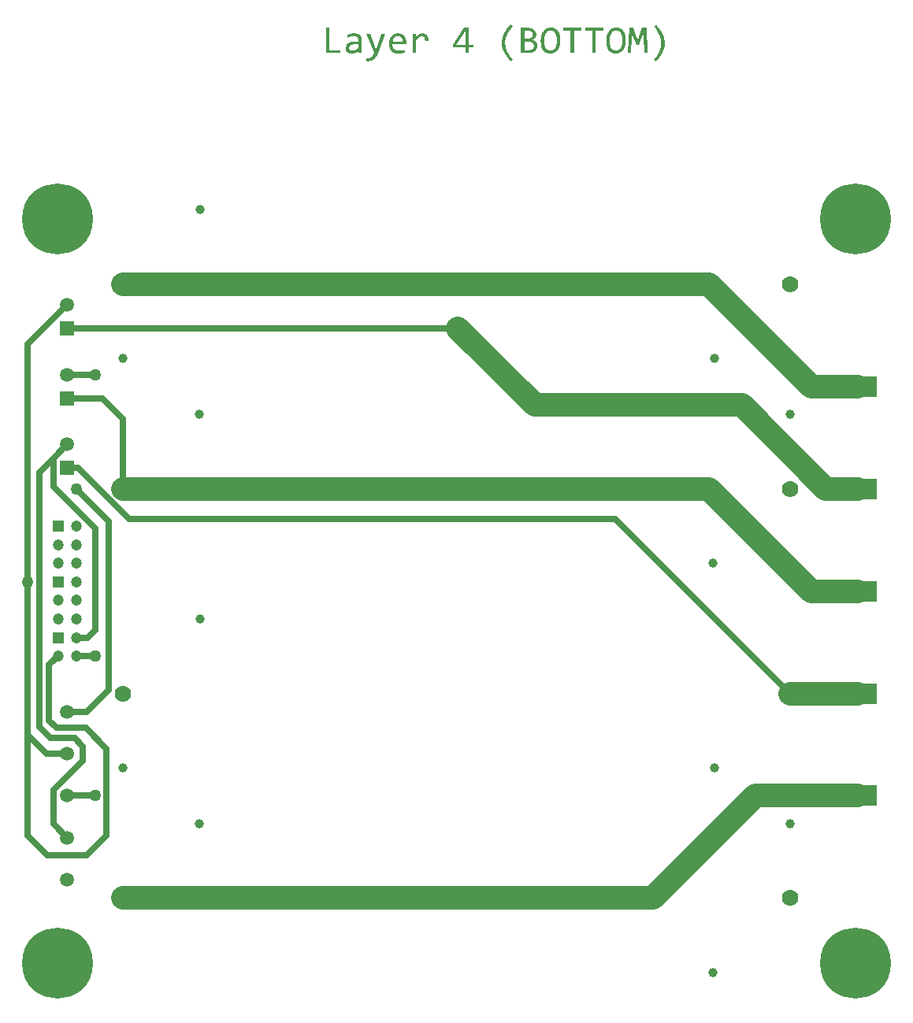
<source format=gbl>
G04*
G04 #@! TF.GenerationSoftware,Altium Limited,Altium Designer,20.0.10 (225)*
G04*
G04 Layer_Physical_Order=2*
G04 Layer_Color=16711680*
%FSLAX25Y25*%
%MOIN*%
G70*
G01*
G75*
%ADD29C,0.05906*%
%ADD30R,0.05906X0.05906*%
%ADD31C,0.07000*%
%ADD32C,0.03937*%
%ADD33R,0.04724X0.04724*%
%ADD34C,0.04724*%
%ADD35C,0.30000*%
%ADD36C,0.02500*%
%ADD37C,0.10000*%
%ADD38C,0.05000*%
%ADD39R,0.16142X0.09055*%
G36*
X126900Y236083D02*
X126991D01*
X127118Y236065D01*
X127410Y235992D01*
X127719Y235900D01*
X128029Y235755D01*
X128339Y235536D01*
X128485Y235408D01*
X128612Y235263D01*
X128649Y235226D01*
X128667Y235172D01*
X128722Y235117D01*
X128758Y235026D01*
X128813Y234917D01*
X128886Y234789D01*
X128940Y234643D01*
X128995Y234479D01*
X129050Y234315D01*
X129104Y234115D01*
X129159Y233896D01*
X129195Y233641D01*
X129214Y233386D01*
X129232Y233113D01*
Y232821D01*
X127792D01*
Y232839D01*
Y232876D01*
Y232931D01*
Y233003D01*
X127774Y233186D01*
X127756Y233404D01*
X127719Y233659D01*
X127665Y233914D01*
X127574Y234170D01*
X127464Y234370D01*
X127446Y234388D01*
X127410Y234443D01*
X127319Y234534D01*
X127209Y234625D01*
X127064Y234698D01*
X126900Y234789D01*
X126699Y234844D01*
X126462Y234862D01*
X126353D01*
X126298Y234844D01*
X126116Y234825D01*
X125898Y234753D01*
X125879D01*
X125843Y234734D01*
X125788Y234716D01*
X125715Y234680D01*
X125515Y234570D01*
X125296Y234425D01*
X125278Y234406D01*
X125242Y234388D01*
X125187Y234334D01*
X125096Y234279D01*
X124895Y234079D01*
X124640Y233842D01*
X124622Y233823D01*
X124586Y233787D01*
X124513Y233714D01*
X124422Y233605D01*
X124312Y233477D01*
X124185Y233350D01*
X124057Y233186D01*
X123911Y233003D01*
Y227720D01*
X122472D01*
Y235955D01*
X123766D01*
X123802Y234425D01*
Y234443D01*
X123839Y234461D01*
X123930Y234570D01*
X124075Y234716D01*
X124258Y234917D01*
X124476Y235117D01*
X124713Y235336D01*
X124968Y235536D01*
X125242Y235700D01*
X125278Y235718D01*
X125369Y235755D01*
X125497Y235828D01*
X125697Y235900D01*
X125898Y235973D01*
X126153Y236046D01*
X126408Y236083D01*
X126681Y236101D01*
X126809D01*
X126900Y236083D01*
D02*
G37*
G36*
X222044Y227720D02*
X220623D01*
X220405Y234406D01*
X220314Y236957D01*
X219803Y235481D01*
X218218Y231218D01*
X217216D01*
X215704Y235317D01*
X215212Y236957D01*
X215176Y234297D01*
X214993Y227720D01*
X213609D01*
X214137Y238433D01*
X215868D01*
X217307Y234388D01*
X217781Y233022D01*
X218218Y234388D01*
X219749Y238433D01*
X221534D01*
X222044Y227720D01*
D02*
G37*
G36*
X108188Y228594D02*
Y228576D01*
X108169Y228540D01*
X108151Y228485D01*
X108115Y228412D01*
X108024Y228193D01*
X107914Y227938D01*
X107769Y227647D01*
X107623Y227319D01*
X107459Y226991D01*
X107277Y226681D01*
X107258Y226645D01*
X107204Y226554D01*
X107113Y226390D01*
X106985Y226207D01*
X106839Y225989D01*
X106657Y225770D01*
X106475Y225552D01*
X106274Y225333D01*
X106256Y225315D01*
X106183Y225242D01*
X106074Y225151D01*
X105928Y225041D01*
X105746Y224914D01*
X105546Y224786D01*
X105309Y224677D01*
X105072Y224568D01*
X105036Y224549D01*
X104963Y224531D01*
X104817Y224495D01*
X104635Y224440D01*
X104416Y224385D01*
X104179Y224349D01*
X103888Y224331D01*
X103596Y224313D01*
X103341D01*
X103195Y224331D01*
X102977D01*
X102831Y224349D01*
Y225643D01*
X102867D01*
X102940Y225624D01*
X103068D01*
X103214Y225606D01*
X103250D01*
X103359Y225588D01*
X103505Y225570D01*
X103815D01*
X103906Y225588D01*
X104161Y225624D01*
X104416Y225697D01*
X104434D01*
X104471Y225715D01*
X104544Y225752D01*
X104635Y225788D01*
X104835Y225898D01*
X105054Y226062D01*
X105072Y226080D01*
X105108Y226116D01*
X105163Y226171D01*
X105236Y226244D01*
X105327Y226335D01*
X105436Y226463D01*
X105637Y226736D01*
X105655Y226754D01*
X105692Y226809D01*
X105746Y226900D01*
X105819Y227009D01*
X105892Y227155D01*
X105983Y227337D01*
X106092Y227519D01*
X106183Y227720D01*
X102904Y235955D01*
X104525D01*
X106603Y230489D01*
X107022Y229214D01*
X107495Y230526D01*
X109427Y235955D01*
X110994D01*
X108188Y228594D01*
D02*
G37*
G36*
X203260Y237194D02*
X200089D01*
Y227720D01*
X198614D01*
Y237194D01*
X195443D01*
Y238433D01*
X203260D01*
Y237194D01*
D02*
G37*
G36*
X194022D02*
X190852D01*
Y227720D01*
X189376D01*
Y237194D01*
X186206D01*
Y238433D01*
X194022D01*
Y237194D01*
D02*
G37*
G36*
X171666Y238415D02*
X171885Y238397D01*
X172158Y238360D01*
X172450Y238287D01*
X172777Y238214D01*
X173106Y238105D01*
X173433Y237978D01*
X173761Y237795D01*
X174053Y237595D01*
X174326Y237340D01*
X174545Y237030D01*
X174727Y236684D01*
X174836Y236283D01*
X174855Y236065D01*
X174873Y235828D01*
Y235809D01*
Y235791D01*
Y235682D01*
X174855Y235518D01*
X174818Y235317D01*
X174764Y235081D01*
X174691Y234825D01*
X174600Y234570D01*
X174454Y234334D01*
X174436Y234315D01*
X174381Y234224D01*
X174272Y234115D01*
X174144Y233987D01*
X173962Y233842D01*
X173725Y233678D01*
X173452Y233532D01*
X173124Y233404D01*
X173142D01*
X173197Y233386D01*
X173288Y233368D01*
X173397Y233350D01*
X173652Y233259D01*
X173944Y233131D01*
X173962D01*
X174016Y233095D01*
X174089Y233058D01*
X174180Y232985D01*
X174399Y232839D01*
X174618Y232621D01*
X174636Y232603D01*
X174672Y232566D01*
X174727Y232493D01*
X174782Y232420D01*
X174855Y232311D01*
X174927Y232184D01*
X175073Y231874D01*
Y231856D01*
X175110Y231801D01*
X175128Y231710D01*
X175164Y231601D01*
X175201Y231455D01*
X175219Y231291D01*
X175256Y230926D01*
Y230890D01*
Y230799D01*
X175237Y230653D01*
X175219Y230453D01*
X175183Y230252D01*
X175128Y230015D01*
X175055Y229779D01*
X174946Y229542D01*
X174927Y229523D01*
X174891Y229451D01*
X174818Y229341D01*
X174727Y229195D01*
X174618Y229050D01*
X174472Y228868D01*
X174308Y228704D01*
X174108Y228540D01*
X174089Y228521D01*
X174016Y228467D01*
X173889Y228394D01*
X173743Y228321D01*
X173543Y228212D01*
X173324Y228102D01*
X173069Y228011D01*
X172777Y227920D01*
X172741D01*
X172650Y227884D01*
X172486Y227866D01*
X172286Y227829D01*
X172030Y227793D01*
X171739Y227756D01*
X171411Y227738D01*
X171065Y227720D01*
X168314D01*
Y238433D01*
X171484D01*
X171666Y238415D01*
D02*
G37*
G36*
X146267Y231346D02*
X148108D01*
Y230088D01*
X146267D01*
Y227720D01*
X144810D01*
Y230088D01*
X139654D01*
Y231346D01*
X144209Y238433D01*
X146267D01*
Y231346D01*
D02*
G37*
G36*
X98239Y236083D02*
X98440Y236064D01*
X98677Y236028D01*
X99132Y235937D01*
X99151D01*
X99242Y235900D01*
X99351Y235864D01*
X99479Y235809D01*
X99642Y235736D01*
X99806Y235645D01*
X99970Y235554D01*
X100134Y235427D01*
X100153Y235408D01*
X100207Y235372D01*
X100280Y235299D01*
X100371Y235208D01*
X100481Y235081D01*
X100590Y234935D01*
X100681Y234771D01*
X100772Y234589D01*
X100790Y234570D01*
X100809Y234497D01*
X100845Y234388D01*
X100900Y234243D01*
X100936Y234079D01*
X100972Y233860D01*
X100991Y233641D01*
X101009Y233386D01*
Y227720D01*
X99715D01*
X99679Y228813D01*
X99642Y228777D01*
X99570Y228704D01*
X99424Y228594D01*
X99260Y228449D01*
X99041Y228303D01*
X98823Y228139D01*
X98567Y227993D01*
X98312Y227866D01*
X98276Y227847D01*
X98185Y227829D01*
X98057Y227774D01*
X97875Y227720D01*
X97657Y227665D01*
X97401Y227629D01*
X97146Y227592D01*
X96855Y227574D01*
X96746D01*
X96618Y227592D01*
X96454D01*
X96254Y227610D01*
X96053Y227647D01*
X95652Y227738D01*
X95634D01*
X95579Y227774D01*
X95488Y227811D01*
X95361Y227866D01*
X95106Y228029D01*
X94832Y228230D01*
X94814Y228248D01*
X94778Y228285D01*
X94723Y228357D01*
X94650Y228449D01*
X94577Y228558D01*
X94486Y228685D01*
X94359Y228977D01*
Y228995D01*
X94340Y229050D01*
X94322Y229141D01*
X94286Y229250D01*
X94268Y229396D01*
X94231Y229560D01*
X94213Y229906D01*
Y229924D01*
Y229961D01*
Y230034D01*
X94231Y230106D01*
X94249Y230216D01*
X94268Y230343D01*
X94322Y230617D01*
X94432Y230926D01*
X94595Y231254D01*
X94705Y231418D01*
X94832Y231564D01*
X94960Y231710D01*
X95124Y231856D01*
X95142D01*
X95160Y231892D01*
X95215Y231928D01*
X95306Y231965D01*
X95397Y232020D01*
X95507Y232074D01*
X95652Y232147D01*
X95816Y232220D01*
X95999Y232275D01*
X96199Y232348D01*
X96417Y232402D01*
X96673Y232457D01*
X96928Y232493D01*
X97219Y232530D01*
X97529Y232566D01*
X99570D01*
Y233277D01*
Y233313D01*
Y233404D01*
X99551Y233532D01*
X99515Y233696D01*
X99460Y233878D01*
X99369Y234079D01*
X99260Y234261D01*
X99096Y234443D01*
X99078Y234461D01*
X99005Y234516D01*
X98896Y234589D01*
X98750Y234662D01*
X98549Y234734D01*
X98294Y234807D01*
X98003Y234862D01*
X97675Y234880D01*
X97420D01*
X97237Y234862D01*
X97019Y234844D01*
X96800Y234807D01*
X96290Y234716D01*
X96254D01*
X96181Y234680D01*
X96035Y234643D01*
X95871Y234607D01*
X95652Y234534D01*
X95415Y234461D01*
X95160Y234370D01*
X94905Y234279D01*
Y235573D01*
X94924D01*
X94960Y235591D01*
X94996Y235609D01*
X95069Y235627D01*
X95251Y235682D01*
X95488Y235755D01*
X95507D01*
X95543Y235773D01*
X95616Y235791D01*
X95707Y235809D01*
X95944Y235864D01*
X96199Y235919D01*
X96217D01*
X96272Y235937D01*
X96345Y235955D01*
X96436Y235973D01*
X96545Y235992D01*
X96673Y236010D01*
X96964Y236046D01*
X96982D01*
X97037Y236064D01*
X97110D01*
X97219Y236083D01*
X97347D01*
X97474Y236101D01*
X98057D01*
X98239Y236083D01*
D02*
G37*
G36*
X87271Y228959D02*
X91972D01*
Y227720D01*
X85795D01*
Y238433D01*
X87271D01*
Y228959D01*
D02*
G37*
G36*
X209035Y238579D02*
X209272Y238542D01*
X209564Y238506D01*
X209855Y238433D01*
X210165Y238342D01*
X210456Y238214D01*
X210493Y238196D01*
X210584Y238142D01*
X210730Y238051D01*
X210912Y237941D01*
X211112Y237777D01*
X211313Y237595D01*
X211531Y237376D01*
X211732Y237121D01*
X211750Y237085D01*
X211823Y236994D01*
X211914Y236848D01*
X212023Y236648D01*
X212151Y236392D01*
X212279Y236101D01*
X212388Y235773D01*
X212497Y235409D01*
Y235390D01*
X212515Y235372D01*
Y235317D01*
X212534Y235226D01*
X212552Y235135D01*
X212570Y235026D01*
X212625Y234753D01*
X212679Y234425D01*
X212716Y234042D01*
X212734Y233605D01*
X212752Y233149D01*
Y233131D01*
Y233095D01*
Y233003D01*
Y232912D01*
X212734Y232785D01*
Y232639D01*
X212716Y232293D01*
X212661Y231910D01*
X212607Y231491D01*
X212515Y231072D01*
X212406Y230653D01*
Y230635D01*
X212388Y230598D01*
X212370Y230544D01*
X212351Y230471D01*
X212260Y230289D01*
X212169Y230034D01*
X212023Y229760D01*
X211878Y229469D01*
X211677Y229177D01*
X211477Y228904D01*
X211459Y228868D01*
X211386Y228795D01*
X211258Y228667D01*
X211094Y228521D01*
X210894Y228357D01*
X210675Y228193D01*
X210420Y228048D01*
X210128Y227902D01*
X210092Y227884D01*
X210001Y227847D01*
X209837Y227793D01*
X209637Y227738D01*
X209400Y227683D01*
X209126Y227629D01*
X208817Y227592D01*
X208507Y227574D01*
X208325D01*
X208143Y227592D01*
X207888Y227629D01*
X207614Y227665D01*
X207304Y227720D01*
X206995Y227811D01*
X206703Y227938D01*
X206667Y227957D01*
X206576Y228011D01*
X206430Y228102D01*
X206266Y228212D01*
X206047Y228376D01*
X205847Y228558D01*
X205628Y228777D01*
X205428Y229013D01*
X205410Y229050D01*
X205337Y229141D01*
X205246Y229287D01*
X205136Y229487D01*
X205027Y229742D01*
X204899Y230034D01*
X204790Y230362D01*
X204681Y230726D01*
Y230744D01*
X204663Y230781D01*
Y230835D01*
X204644Y230908D01*
X204626Y230999D01*
X204608Y231109D01*
X204572Y231400D01*
X204517Y231728D01*
X204480Y232129D01*
X204462Y232566D01*
X204444Y233022D01*
Y233040D01*
Y233076D01*
Y233168D01*
Y233259D01*
X204462Y233386D01*
Y233532D01*
X204480Y233860D01*
X204517Y234261D01*
X204590Y234662D01*
X204663Y235099D01*
X204772Y235500D01*
Y235518D01*
X204790Y235554D01*
X204808Y235609D01*
X204826Y235682D01*
X204899Y235864D01*
X205009Y236119D01*
X205136Y236392D01*
X205300Y236684D01*
X205483Y236957D01*
X205683Y237230D01*
X205701Y237267D01*
X205792Y237340D01*
X205902Y237467D01*
X206066Y237613D01*
X206266Y237777D01*
X206503Y237959D01*
X206758Y238105D01*
X207031Y238251D01*
X207068Y238269D01*
X207159Y238305D01*
X207323Y238360D01*
X207523Y238433D01*
X207760Y238488D01*
X208051Y238542D01*
X208343Y238579D01*
X208671Y238597D01*
X208835D01*
X209035Y238579D01*
D02*
G37*
G36*
X181323D02*
X181560Y238542D01*
X181851Y238506D01*
X182143Y238433D01*
X182452Y238342D01*
X182744Y238214D01*
X182780Y238196D01*
X182871Y238142D01*
X183017Y238051D01*
X183199Y237941D01*
X183400Y237777D01*
X183600Y237595D01*
X183819Y237376D01*
X184019Y237121D01*
X184037Y237085D01*
X184110Y236994D01*
X184202Y236848D01*
X184311Y236648D01*
X184438Y236392D01*
X184566Y236101D01*
X184675Y235773D01*
X184784Y235409D01*
Y235390D01*
X184803Y235372D01*
Y235317D01*
X184821Y235226D01*
X184839Y235135D01*
X184857Y235026D01*
X184912Y234753D01*
X184967Y234425D01*
X185003Y234042D01*
X185021Y233605D01*
X185040Y233149D01*
Y233131D01*
Y233095D01*
Y233003D01*
Y232912D01*
X185021Y232785D01*
Y232639D01*
X185003Y232293D01*
X184949Y231910D01*
X184894Y231491D01*
X184803Y231072D01*
X184693Y230653D01*
Y230635D01*
X184675Y230598D01*
X184657Y230544D01*
X184639Y230471D01*
X184548Y230289D01*
X184457Y230034D01*
X184311Y229760D01*
X184165Y229469D01*
X183965Y229177D01*
X183764Y228904D01*
X183746Y228868D01*
X183673Y228795D01*
X183546Y228667D01*
X183382Y228521D01*
X183181Y228357D01*
X182963Y228193D01*
X182707Y228048D01*
X182416Y227902D01*
X182379Y227884D01*
X182288Y227847D01*
X182124Y227793D01*
X181924Y227738D01*
X181687Y227683D01*
X181414Y227629D01*
X181104Y227592D01*
X180794Y227574D01*
X180612D01*
X180430Y227592D01*
X180175Y227629D01*
X179902Y227665D01*
X179592Y227720D01*
X179282Y227811D01*
X178991Y227938D01*
X178954Y227957D01*
X178863Y228011D01*
X178717Y228102D01*
X178553Y228212D01*
X178335Y228376D01*
X178134Y228558D01*
X177916Y228777D01*
X177715Y229013D01*
X177697Y229050D01*
X177624Y229141D01*
X177533Y229287D01*
X177424Y229487D01*
X177314Y229742D01*
X177187Y230034D01*
X177077Y230362D01*
X176968Y230726D01*
Y230744D01*
X176950Y230781D01*
Y230835D01*
X176932Y230908D01*
X176913Y230999D01*
X176895Y231109D01*
X176859Y231400D01*
X176804Y231728D01*
X176768Y232129D01*
X176750Y232566D01*
X176731Y233022D01*
Y233040D01*
Y233076D01*
Y233168D01*
Y233259D01*
X176750Y233386D01*
Y233532D01*
X176768Y233860D01*
X176804Y234261D01*
X176877Y234662D01*
X176950Y235099D01*
X177059Y235500D01*
Y235518D01*
X177077Y235554D01*
X177096Y235609D01*
X177114Y235682D01*
X177187Y235864D01*
X177296Y236119D01*
X177424Y236392D01*
X177588Y236684D01*
X177770Y236957D01*
X177970Y237230D01*
X177989Y237267D01*
X178080Y237340D01*
X178189Y237467D01*
X178353Y237613D01*
X178553Y237777D01*
X178790Y237959D01*
X179045Y238105D01*
X179318Y238251D01*
X179355Y238269D01*
X179446Y238305D01*
X179610Y238360D01*
X179811Y238433D01*
X180047Y238488D01*
X180339Y238542D01*
X180630Y238579D01*
X180958Y238597D01*
X181122D01*
X181323Y238579D01*
D02*
G37*
G36*
X116605Y236083D02*
X116806Y236065D01*
X117043Y236028D01*
X117298Y235992D01*
X117553Y235919D01*
X117808Y235828D01*
X117844Y235809D01*
X117917Y235773D01*
X118045Y235718D01*
X118209Y235627D01*
X118373Y235518D01*
X118573Y235390D01*
X118755Y235226D01*
X118937Y235044D01*
X118956Y235026D01*
X119010Y234953D01*
X119101Y234844D01*
X119193Y234716D01*
X119302Y234534D01*
X119429Y234334D01*
X119539Y234097D01*
X119630Y233842D01*
X119648Y233805D01*
X119666Y233714D01*
X119703Y233568D01*
X119757Y233386D01*
X119794Y233149D01*
X119830Y232894D01*
X119849Y232603D01*
X119867Y232275D01*
Y232257D01*
Y232220D01*
Y232165D01*
Y232092D01*
Y231928D01*
X119849Y231746D01*
Y231710D01*
Y231619D01*
Y231509D01*
X119830Y231382D01*
X114055Y231382D01*
Y231364D01*
Y231327D01*
Y231254D01*
X114073Y231182D01*
Y231072D01*
X114091Y230945D01*
X114146Y230653D01*
X114218Y230343D01*
X114346Y230015D01*
X114510Y229706D01*
X114747Y229432D01*
X114783Y229396D01*
X114874Y229323D01*
X115038Y229214D01*
X115275Y229104D01*
X115567Y228977D01*
X115913Y228868D01*
X116314Y228795D01*
X116788Y228758D01*
X117243D01*
X117498Y228777D01*
X117553D01*
X117626Y228795D01*
X117717D01*
X117954Y228831D01*
X118190Y228849D01*
X118209D01*
X118245Y228868D01*
X118318D01*
X118409Y228886D01*
X118609Y228922D01*
X118846Y228959D01*
X118865D01*
X118901Y228977D01*
X118956Y228995D01*
X119028Y229013D01*
X119229Y229050D01*
X119429Y229104D01*
Y227938D01*
X119411D01*
X119320Y227920D01*
X119211Y227884D01*
X119047Y227847D01*
X118846Y227811D01*
X118628Y227756D01*
X118373Y227720D01*
X118099Y227683D01*
X118063D01*
X117972Y227665D01*
X117826Y227647D01*
X117644Y227629D01*
X117407Y227610D01*
X117152Y227592D01*
X116879Y227574D01*
X116405D01*
X116204Y227592D01*
X115968Y227610D01*
X115676Y227647D01*
X115366Y227683D01*
X115057Y227756D01*
X114765Y227847D01*
X114729Y227866D01*
X114637Y227902D01*
X114492Y227975D01*
X114328Y228066D01*
X114127Y228175D01*
X113909Y228321D01*
X113708Y228485D01*
X113508Y228685D01*
X113490Y228704D01*
X113435Y228777D01*
X113344Y228904D01*
X113235Y229050D01*
X113107Y229250D01*
X112998Y229469D01*
X112870Y229742D01*
X112779Y230015D01*
Y230034D01*
Y230052D01*
X112743Y230161D01*
X112706Y230325D01*
X112670Y230544D01*
X112633Y230817D01*
X112597Y231109D01*
X112579Y231455D01*
X112560Y231819D01*
Y231837D01*
Y231856D01*
Y231965D01*
X112579Y232129D01*
X112597Y232348D01*
X112615Y232584D01*
X112670Y232858D01*
X112724Y233149D01*
X112797Y233441D01*
Y233459D01*
X112815Y233477D01*
X112852Y233568D01*
X112907Y233714D01*
X112979Y233914D01*
X113089Y234115D01*
X113216Y234352D01*
X113362Y234589D01*
X113526Y234807D01*
X113544Y234825D01*
X113617Y234898D01*
X113726Y235008D01*
X113854Y235154D01*
X114036Y235299D01*
X114237Y235463D01*
X114455Y235609D01*
X114710Y235755D01*
X114747Y235773D01*
X114838Y235809D01*
X114984Y235864D01*
X115166Y235937D01*
X115403Y235992D01*
X115676Y236046D01*
X115968Y236083D01*
X116296Y236101D01*
X116441D01*
X116605Y236083D01*
D02*
G37*
G36*
X225452Y239909D02*
X225470Y239891D01*
X225524Y239836D01*
X225597Y239763D01*
X225688Y239672D01*
X225780Y239581D01*
X226035Y239308D01*
X226308Y238980D01*
X226636Y238597D01*
X226982Y238142D01*
X227328Y237631D01*
X227674Y237085D01*
X228021Y236484D01*
X228348Y235828D01*
X228640Y235154D01*
X228877Y234443D01*
X229059Y233696D01*
X229132Y233313D01*
X229187Y232931D01*
X229205Y232530D01*
X229223Y232129D01*
Y232111D01*
Y232092D01*
Y232038D01*
Y231983D01*
Y231801D01*
X229205Y231564D01*
X229187Y231291D01*
X229150Y230981D01*
X229096Y230635D01*
X229041Y230289D01*
Y230271D01*
Y230252D01*
X229023Y230198D01*
X229005Y230125D01*
X228968Y229943D01*
X228895Y229688D01*
X228804Y229396D01*
X228695Y229068D01*
X228567Y228722D01*
X228421Y228357D01*
Y228339D01*
X228403Y228321D01*
X228385Y228266D01*
X228348Y228193D01*
X228239Y227993D01*
X228112Y227738D01*
X227948Y227428D01*
X227729Y227100D01*
X227510Y226736D01*
X227237Y226353D01*
Y226335D01*
X227201Y226298D01*
X227164Y226244D01*
X227110Y226171D01*
X227037Y226080D01*
X226946Y225971D01*
X226727Y225697D01*
X226472Y225388D01*
X226162Y225041D01*
X225798Y224659D01*
X225397Y224276D01*
X224577Y225132D01*
X224595Y225151D01*
X224650Y225205D01*
X224723Y225296D01*
X224832Y225406D01*
X224978Y225552D01*
X225124Y225734D01*
X225288Y225916D01*
X225470Y226135D01*
X225652Y226371D01*
X225852Y226626D01*
X226253Y227191D01*
X226618Y227793D01*
X226782Y228121D01*
X226946Y228430D01*
X226964Y228449D01*
X226982Y228503D01*
X227018Y228594D01*
X227073Y228722D01*
X227128Y228886D01*
X227201Y229068D01*
X227274Y229287D01*
X227346Y229523D01*
X227419Y229779D01*
X227492Y230052D01*
X227620Y230671D01*
X227711Y231327D01*
X227747Y231674D01*
Y232020D01*
Y232038D01*
Y232056D01*
Y232111D01*
Y232202D01*
X227729Y232293D01*
Y232402D01*
X227693Y232676D01*
X227656Y233022D01*
X227583Y233423D01*
X227474Y233860D01*
X227346Y234352D01*
X227183Y234880D01*
X226982Y235445D01*
X226709Y236028D01*
X226417Y236629D01*
X226053Y237230D01*
X225616Y237832D01*
X225142Y238451D01*
X224868Y238743D01*
X224577Y239034D01*
X225433Y239927D01*
X225452Y239909D01*
D02*
G37*
G36*
X164888Y239071D02*
X164852Y239034D01*
X164761Y238925D01*
X164597Y238761D01*
X164396Y238524D01*
X164141Y238233D01*
X163886Y237887D01*
X163595Y237467D01*
X163303Y237030D01*
X162993Y236538D01*
X162702Y235992D01*
X162447Y235427D01*
X162192Y234807D01*
X161991Y234170D01*
X161846Y233514D01*
X161736Y232821D01*
X161718Y232475D01*
X161700Y232111D01*
Y232092D01*
Y232020D01*
Y231928D01*
X161718Y231783D01*
Y231619D01*
X161736Y231418D01*
X161773Y231200D01*
X161809Y230945D01*
X161846Y230671D01*
X161900Y230398D01*
X162046Y229779D01*
X162246Y229123D01*
X162356Y228795D01*
X162502Y228467D01*
X162520Y228449D01*
X162538Y228394D01*
X162593Y228303D01*
X162647Y228175D01*
X162738Y228011D01*
X162848Y227829D01*
X162957Y227629D01*
X163103Y227392D01*
X163267Y227155D01*
X163431Y226900D01*
X163631Y226626D01*
X163850Y226335D01*
X164087Y226044D01*
X164323Y225752D01*
X164597Y225460D01*
X164888Y225169D01*
X164014Y224276D01*
X163996Y224294D01*
X163977Y224313D01*
X163923Y224367D01*
X163850Y224440D01*
X163759Y224531D01*
X163668Y224622D01*
X163431Y224896D01*
X163139Y225224D01*
X162829Y225606D01*
X162483Y226062D01*
X162137Y226554D01*
X161773Y227100D01*
X161445Y227701D01*
X161117Y228339D01*
X160825Y229013D01*
X160588Y229724D01*
X160406Y230453D01*
X160333Y230835D01*
X160279Y231218D01*
X160260Y231601D01*
X160242Y232001D01*
Y232020D01*
Y232056D01*
Y232092D01*
Y232165D01*
X160260Y232366D01*
Y232621D01*
X160297Y232931D01*
X160333Y233259D01*
X160370Y233623D01*
X160443Y233987D01*
Y234006D01*
X160461Y234024D01*
Y234079D01*
X160479Y234151D01*
X160534Y234352D01*
X160607Y234607D01*
X160679Y234898D01*
X160789Y235226D01*
X160934Y235591D01*
X161080Y235955D01*
Y235973D01*
X161099Y236010D01*
X161135Y236046D01*
X161171Y236119D01*
X161263Y236319D01*
X161408Y236575D01*
X161572Y236884D01*
X161773Y237212D01*
X162010Y237577D01*
X162265Y237941D01*
Y237959D01*
X162301Y237996D01*
X162338Y238032D01*
X162392Y238105D01*
X162556Y238305D01*
X162757Y238561D01*
X163030Y238870D01*
X163321Y239198D01*
X163668Y239563D01*
X164050Y239927D01*
X164888Y239071D01*
D02*
G37*
%LPC*%
G36*
X171484Y237194D02*
X169771D01*
Y233860D01*
X171393D01*
X171502Y233878D01*
X171648Y233878D01*
X171794Y233896D01*
X172103Y233951D01*
X172122D01*
X172176Y233969D01*
X172249Y234006D01*
X172340Y234042D01*
X172559Y234133D01*
X172796Y234279D01*
X172814Y234297D01*
X172850Y234315D01*
X172960Y234425D01*
X173106Y234607D01*
X173251Y234825D01*
Y234844D01*
X173269Y234880D01*
X173306Y234953D01*
X173342Y235062D01*
X173361Y235172D01*
X173397Y235317D01*
X173415Y235627D01*
Y235645D01*
Y235682D01*
Y235736D01*
X173397Y235828D01*
X173379Y236010D01*
X173306Y236228D01*
Y236247D01*
X173288Y236283D01*
X173269Y236338D01*
X173233Y236392D01*
X173124Y236556D01*
X172960Y236720D01*
X172942Y236739D01*
X172923Y236757D01*
X172869Y236793D01*
X172796Y236848D01*
X172705Y236903D01*
X172577Y236957D01*
X172450Y237012D01*
X172304Y237067D01*
X172286D01*
X172231Y237085D01*
X172140Y237103D01*
X172012Y237139D01*
X171867Y237158D01*
X171684Y237176D01*
X171484Y237194D01*
D02*
G37*
G36*
X171466Y232639D02*
X169771D01*
Y228959D01*
X171502D01*
X171611Y228977D01*
X171739D01*
X172012Y229013D01*
X172322Y229068D01*
X172632Y229159D01*
X172923Y229268D01*
X173178Y229414D01*
X173197Y229432D01*
X173269Y229505D01*
X173379Y229615D01*
X173488Y229779D01*
X173598Y229979D01*
X173707Y230234D01*
X173780Y230526D01*
X173798Y230872D01*
Y230890D01*
Y230945D01*
Y231017D01*
X173780Y231109D01*
X173725Y231346D01*
X173616Y231601D01*
Y231619D01*
X173579Y231655D01*
X173543Y231710D01*
X173488Y231801D01*
X173342Y231965D01*
X173124Y232147D01*
X173106Y232165D01*
X173069Y232184D01*
X172996Y232238D01*
X172905Y232275D01*
X172777Y232348D01*
X172650Y232402D01*
X172322Y232512D01*
X172304D01*
X172231Y232530D01*
X172140Y232548D01*
X172012Y232585D01*
X171848Y232603D01*
X171666Y232621D01*
X171466Y232639D01*
D02*
G37*
G36*
X144810Y237048D02*
X141075Y231346D01*
X144810D01*
Y237048D01*
D02*
G37*
G36*
X99570Y231473D02*
X97565D01*
X97438Y231455D01*
X97146Y231437D01*
X96837Y231364D01*
X96818D01*
X96782Y231346D01*
X96709Y231327D01*
X96618Y231291D01*
X96399Y231182D01*
X96199Y231054D01*
X96181D01*
X96162Y231017D01*
X96071Y230926D01*
X95944Y230762D01*
X95834Y230580D01*
Y230562D01*
X95816Y230526D01*
X95798Y230471D01*
X95780Y230398D01*
X95743Y230198D01*
X95725Y229961D01*
Y229942D01*
Y229924D01*
X95743Y229815D01*
X95762Y229669D01*
X95798Y229505D01*
Y229487D01*
X95816Y229469D01*
X95853Y229378D01*
X95926Y229250D01*
X96035Y229104D01*
X96071Y229086D01*
X96144Y229013D01*
X96290Y228922D01*
X96454Y228849D01*
X96472D01*
X96509Y228831D01*
X96563Y228813D01*
X96636D01*
X96837Y228777D01*
X97092Y228758D01*
X97183D01*
X97274Y228777D01*
X97420Y228795D01*
X97584Y228831D01*
X97784Y228886D01*
X97984Y228959D01*
X98221Y229050D01*
X98258Y229068D01*
X98331Y229104D01*
X98458Y229177D01*
X98622Y229287D01*
X98823Y229414D01*
X99059Y229578D01*
X99314Y229760D01*
X99570Y229997D01*
Y231473D01*
D02*
G37*
G36*
X208580Y237322D02*
X208471D01*
X208325Y237303D01*
X208161Y237285D01*
X207979Y237230D01*
X207760Y237176D01*
X207559Y237085D01*
X207359Y236976D01*
X207341Y236957D01*
X207286Y236921D01*
X207195Y236848D01*
X207068Y236739D01*
X206940Y236611D01*
X206813Y236447D01*
X206667Y236265D01*
X206539Y236065D01*
X206521Y236046D01*
X206485Y235973D01*
X206430Y235846D01*
X206357Y235682D01*
X206284Y235500D01*
X206193Y235263D01*
X206120Y235008D01*
X206047Y234734D01*
Y234698D01*
X206029Y234607D01*
X206011Y234443D01*
X205974Y234243D01*
X205956Y234006D01*
X205920Y233732D01*
X205902Y233423D01*
Y233113D01*
Y233095D01*
Y233076D01*
Y233022D01*
Y232949D01*
Y232767D01*
X205920Y232548D01*
X205938Y232275D01*
X205956Y231983D01*
X206047Y231364D01*
Y231327D01*
X206084Y231236D01*
X206102Y231090D01*
X206157Y230908D01*
X206229Y230690D01*
X206302Y230471D01*
X206393Y230234D01*
X206503Y230015D01*
X206521Y229997D01*
X206557Y229924D01*
X206630Y229833D01*
X206740Y229706D01*
X206849Y229560D01*
X206995Y229432D01*
X207159Y229287D01*
X207341Y229159D01*
X207359Y229141D01*
X207432Y229104D01*
X207541Y229068D01*
X207687Y229013D01*
X207869Y228941D01*
X208088Y228904D01*
X208325Y228868D01*
X208580Y228849D01*
X208707D01*
X208835Y228868D01*
X208999Y228886D01*
X209199Y228922D01*
X209400Y228995D01*
X209600Y229068D01*
X209801Y229177D01*
X209819Y229195D01*
X209892Y229232D01*
X209983Y229305D01*
X210092Y229414D01*
X210238Y229542D01*
X210365Y229688D01*
X210511Y229870D01*
X210639Y230070D01*
X210657Y230088D01*
X210693Y230179D01*
X210748Y230289D01*
X210821Y230453D01*
X210912Y230653D01*
X210985Y230872D01*
X211058Y231127D01*
X211131Y231400D01*
Y231437D01*
X211149Y231528D01*
X211185Y231692D01*
X211222Y231892D01*
X211240Y232129D01*
X211276Y232420D01*
X211295Y232712D01*
Y233040D01*
Y233058D01*
Y233076D01*
Y233131D01*
Y233204D01*
Y233386D01*
X211276Y233605D01*
X211258Y233878D01*
X211222Y234170D01*
X211131Y234771D01*
Y234789D01*
Y234807D01*
X211112Y234898D01*
X211076Y235044D01*
X211021Y235226D01*
X210948Y235445D01*
X210876Y235664D01*
X210766Y235900D01*
X210657Y236119D01*
X210639Y236137D01*
X210602Y236210D01*
X210529Y236319D01*
X210438Y236447D01*
X210311Y236575D01*
X210165Y236720D01*
X210001Y236866D01*
X209819Y236994D01*
X209801Y237012D01*
X209728Y237048D01*
X209618Y237103D01*
X209473Y237158D01*
X209290Y237212D01*
X209090Y237267D01*
X208835Y237303D01*
X208580Y237322D01*
D02*
G37*
G36*
X180867D02*
X180758D01*
X180612Y237303D01*
X180448Y237285D01*
X180266Y237230D01*
X180047Y237176D01*
X179847Y237085D01*
X179647Y236976D01*
X179628Y236957D01*
X179574Y236921D01*
X179482Y236848D01*
X179355Y236739D01*
X179227Y236611D01*
X179100Y236447D01*
X178954Y236265D01*
X178827Y236065D01*
X178808Y236046D01*
X178772Y235973D01*
X178717Y235846D01*
X178644Y235682D01*
X178571Y235500D01*
X178480Y235263D01*
X178408Y235008D01*
X178335Y234734D01*
Y234698D01*
X178316Y234607D01*
X178298Y234443D01*
X178262Y234243D01*
X178244Y234006D01*
X178207Y233732D01*
X178189Y233423D01*
Y233113D01*
Y233095D01*
Y233076D01*
Y233022D01*
Y232949D01*
Y232767D01*
X178207Y232548D01*
X178225Y232275D01*
X178244Y231983D01*
X178335Y231364D01*
Y231327D01*
X178371Y231236D01*
X178389Y231090D01*
X178444Y230908D01*
X178517Y230690D01*
X178590Y230471D01*
X178681Y230234D01*
X178790Y230015D01*
X178808Y229997D01*
X178845Y229924D01*
X178918Y229833D01*
X179027Y229706D01*
X179136Y229560D01*
X179282Y229432D01*
X179446Y229287D01*
X179628Y229159D01*
X179647Y229141D01*
X179719Y229104D01*
X179829Y229068D01*
X179974Y229013D01*
X180157Y228941D01*
X180375Y228904D01*
X180612Y228868D01*
X180867Y228849D01*
X180995D01*
X181122Y228868D01*
X181286Y228886D01*
X181487Y228922D01*
X181687Y228995D01*
X181888Y229068D01*
X182088Y229177D01*
X182106Y229195D01*
X182179Y229232D01*
X182270Y229305D01*
X182379Y229414D01*
X182525Y229542D01*
X182653Y229688D01*
X182799Y229870D01*
X182926Y230070D01*
X182944Y230088D01*
X182981Y230179D01*
X183035Y230289D01*
X183108Y230453D01*
X183199Y230653D01*
X183272Y230872D01*
X183345Y231127D01*
X183418Y231400D01*
Y231437D01*
X183436Y231528D01*
X183473Y231692D01*
X183509Y231892D01*
X183527Y232129D01*
X183564Y232420D01*
X183582Y232712D01*
Y233040D01*
Y233058D01*
Y233076D01*
Y233131D01*
Y233204D01*
Y233386D01*
X183564Y233605D01*
X183546Y233878D01*
X183509Y234170D01*
X183418Y234771D01*
Y234789D01*
Y234807D01*
X183400Y234898D01*
X183363Y235044D01*
X183309Y235226D01*
X183236Y235445D01*
X183163Y235664D01*
X183054Y235900D01*
X182944Y236119D01*
X182926Y236137D01*
X182890Y236210D01*
X182817Y236319D01*
X182726Y236447D01*
X182598Y236575D01*
X182452Y236720D01*
X182288Y236866D01*
X182106Y236994D01*
X182088Y237012D01*
X182015Y237048D01*
X181906Y237103D01*
X181760Y237158D01*
X181578Y237212D01*
X181377Y237267D01*
X181122Y237303D01*
X180867Y237322D01*
D02*
G37*
G36*
X116423Y234953D02*
X116059D01*
X115949Y234935D01*
X115822Y234917D01*
X115676Y234880D01*
X115366Y234771D01*
X115348D01*
X115312Y234734D01*
X115239Y234698D01*
X115148Y234643D01*
X114929Y234479D01*
X114710Y234261D01*
X114692Y234243D01*
X114674Y234206D01*
X114619Y234133D01*
X114546Y234042D01*
X114474Y233933D01*
X114401Y233787D01*
X114255Y233477D01*
Y233459D01*
X114237Y233404D01*
X114200Y233313D01*
X114164Y233186D01*
X114127Y233040D01*
X114109Y232858D01*
X114055Y232475D01*
X118391Y232475D01*
Y232493D01*
Y232566D01*
Y232676D01*
Y232803D01*
X118373Y232949D01*
X118354Y233113D01*
X118263Y233459D01*
Y233477D01*
X118245Y233532D01*
X118209Y233623D01*
X118172Y233732D01*
X118045Y233987D01*
X117862Y234243D01*
X117844Y234261D01*
X117808Y234297D01*
X117753Y234352D01*
X117680Y234425D01*
X117571Y234516D01*
X117462Y234589D01*
X117170Y234753D01*
X117152Y234771D01*
X117097Y234789D01*
X117006Y234825D01*
X116897Y234862D01*
X116769Y234898D01*
X116605Y234917D01*
X116423Y234953D01*
D02*
G37*
%LPD*%
D29*
X-23622Y121221D02*
D03*
Y91535D02*
D03*
Y62165D02*
D03*
Y-122047D02*
D03*
Y-51181D02*
D03*
Y-104331D02*
D03*
Y-86614D02*
D03*
Y-68898D02*
D03*
D30*
Y111221D02*
D03*
Y81535D02*
D03*
Y52165D02*
D03*
D31*
X0Y-129921D02*
D03*
X282200D02*
D03*
Y-43307D02*
D03*
X0D02*
D03*
Y43307D02*
D03*
X282200D02*
D03*
Y129921D02*
D03*
X0D02*
D03*
D32*
X32100Y-98421D02*
D03*
X249600Y-161421D02*
D03*
X282200Y-98421D02*
D03*
X250100Y-74807D02*
D03*
X32600Y-11807D02*
D03*
X0Y-74807D02*
D03*
X32100Y74807D02*
D03*
X249600Y11807D02*
D03*
X282200Y74807D02*
D03*
X250100Y98421D02*
D03*
X32600Y161421D02*
D03*
X0Y98421D02*
D03*
D33*
X-27559Y-19685D02*
D03*
Y3937D02*
D03*
Y27559D02*
D03*
D34*
X-19685Y-19685D02*
D03*
X-27559Y-27559D02*
D03*
X-19685D02*
D03*
Y3937D02*
D03*
X-27559Y-3937D02*
D03*
X-19685D02*
D03*
X-27559Y-11811D02*
D03*
X-19685D02*
D03*
Y27559D02*
D03*
X-27559Y19685D02*
D03*
X-19685D02*
D03*
X-27559Y11811D02*
D03*
X-19685D02*
D03*
D35*
X310070Y-157480D02*
D03*
Y157480D02*
D03*
X-27870D02*
D03*
Y-157480D02*
D03*
D36*
X-17153Y-71822D02*
Y-65630D01*
X-30604Y-62273D02*
X-20510D01*
X-17153Y-65630D01*
X-35433Y-57443D02*
Y50354D01*
Y-57443D02*
X-30604Y-62273D01*
X-31247Y-54697D02*
X-28012Y-57933D01*
X-15689D02*
X-6933Y-66689D01*
X-28012Y-57933D02*
X-15689D01*
X-31247Y-54697D02*
Y-31247D01*
X-27559Y-27559D01*
X-15354Y-111811D02*
X-6933Y-103390D01*
Y-66689D01*
X-31953Y-111811D02*
X-15354D01*
X-40354Y-103410D02*
X-31953Y-111811D01*
X-40354Y-103410D02*
Y-60923D01*
X-32380Y-68898D02*
X-23622D01*
X-40354Y-60923D02*
X-32380Y-68898D01*
X-40354Y-60923D02*
Y3937D01*
X-19685Y-27559D02*
X-11811D01*
X-19685Y43307D02*
X-5906Y29528D01*
X2559Y30512D02*
X208381D01*
X-23622Y52165D02*
X-19094D01*
X2559Y30512D01*
X-29528Y44215D02*
X-11811Y26498D01*
Y-16535D02*
Y26498D01*
X-29528Y44215D02*
Y56260D01*
X-23622Y62165D01*
X-35433Y50354D02*
X-29528Y56260D01*
X-14961Y-19685D02*
X-11811Y-16535D01*
X-19685Y-19685D02*
X-14961D01*
X-23622Y-51181D02*
X-15428D01*
X-5906Y-41659D02*
Y29528D01*
X-15428Y-51181D02*
X-5906Y-41659D01*
X-40354Y3937D02*
Y104488D01*
X208381Y30512D02*
X282200Y-43307D01*
X-23622Y111221D02*
X141732D01*
X-29528Y-98425D02*
Y-84196D01*
X-23622Y-104331D02*
Y-104331D01*
X-29528Y-98425D02*
X-23622Y-104331D01*
X-29528Y-84196D02*
X-17153Y-71822D01*
X-23622Y81535D02*
X-8701D01*
X-40354Y104488D02*
X-23622Y121221D01*
Y-86614D02*
X-11811D01*
X-23622Y91535D02*
X-11811D01*
X-19685Y11811D02*
X-19685D01*
X0Y43307D02*
Y72835D01*
X-8701Y81535D02*
X0Y72835D01*
D37*
Y129921D02*
X248031D01*
X291339Y86614D02*
X311024D01*
X248031Y129921D02*
X291339Y86614D01*
X0Y43307D02*
X248031D01*
X291339Y0D02*
X311024D01*
X248031Y43307D02*
X291339Y0D01*
X282200Y-43307D02*
X311024D01*
X0Y-129921D02*
X224410D01*
X267717Y-86614D02*
X311024D01*
X224410Y-129921D02*
X267717Y-86614D01*
X141732Y111221D02*
X174213Y78740D01*
X261811Y78740D01*
X297244Y43307D01*
X311024D01*
D38*
X-11811Y-27559D02*
D03*
X-19685Y43307D02*
D03*
X-40354Y3937D02*
D03*
X141732Y111221D02*
D03*
X-11811Y91535D02*
D03*
Y-86614D02*
D03*
D39*
X311024Y86614D02*
D03*
Y43307D02*
D03*
Y0D02*
D03*
Y-43307D02*
D03*
Y-86614D02*
D03*
M02*

</source>
